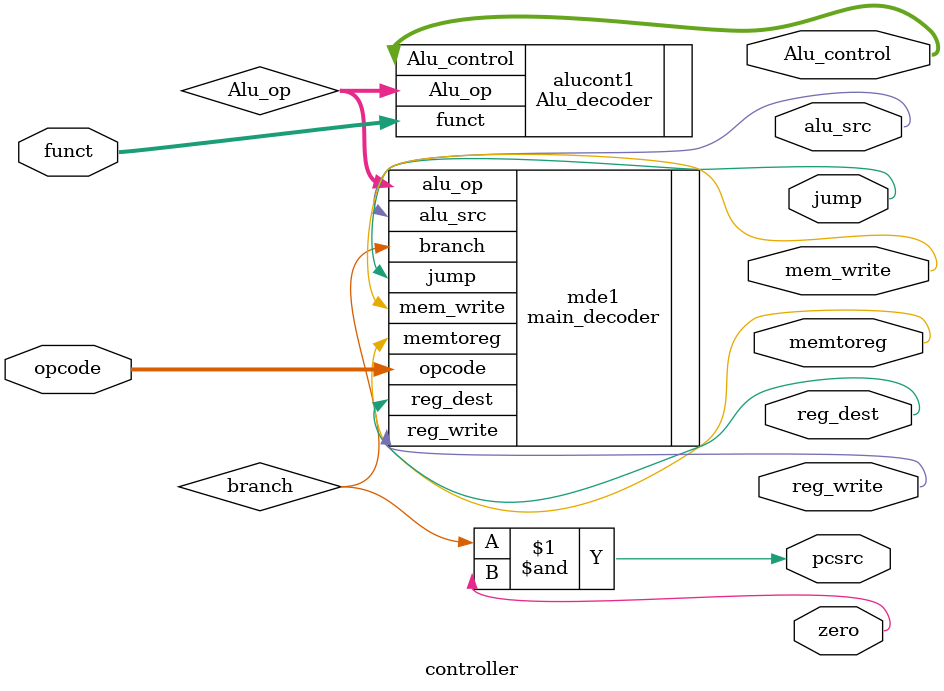
<source format=v>
module controller(
    input [5:0] funct, opcode,
    output mem_write, reg_write,
    output reg_dest, alu_src,
    output memtoreg, jump,
    output pcsrc, zero,
    output [2:0] Alu_control
);
    wire [1:0] Alu_op;
    wire branch;

    main_decoder mde1(
        .opcode(opcode),
        .mem_write(mem_write),
        .reg_write(reg_write),
        .reg_dest(reg_dest),
        .alu_src(alu_src),
        .memtoreg(memtoreg),
        .branch(branch),
        .jump(jump),
        .alu_op(Alu_op)
    );
    
    Alu_decoder alucont1(
        .funct(funct),
        .Alu_op(Alu_op),
        .Alu_control(Alu_control)
    );
    
    assign pcsrc = branch & zero;

endmodule
</source>
